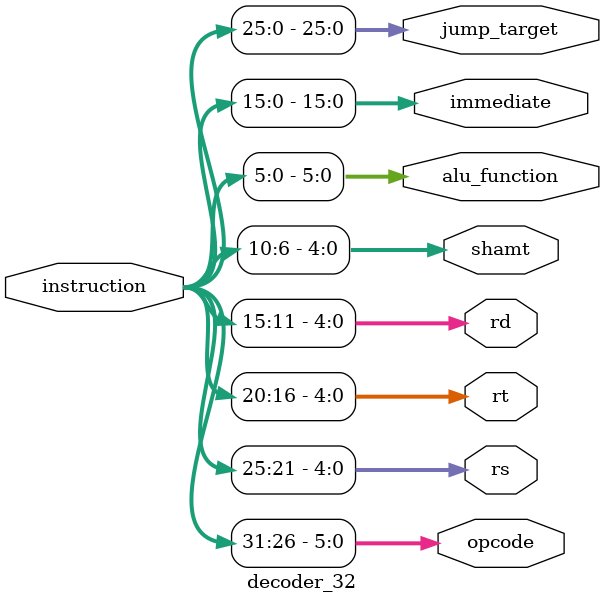
<source format=v>

module decoder_32(
  instruction,
  opcode,
  rs,
  rt,
  rd,
  shamt,
  alu_function,
  immediate,
  jump_target
);

input wire [31:0]  instruction;

output wire [5:0] opcode;
output wire [4:0] rs;
output wire [4:0] rt;
output wire [4:0] rd;
output wire [4:0] shamt;
output wire [5:0] alu_function;
output wire [15:0] immediate;
output wire [25:0] jump_target;

//    R-type
//  opcode   rs    rt     rd    shamt   alu_function
//  ______ ______ ______ ______ ______ ______
// |______|______|______|______|______|______|
//   6bit   5bit   5bit   5bit   5bit   6bit
//
//
//    I-type
//  opcode   rs     rt     immediate
//  ______ ______ ______ ____________________
// |______|______|______|____________________|
//   6bit   5bit   5bit       16bit
//
//    J-type
//  opcode           jump_target
//  ______ __________________________________
// |______|__________________________________|
//   6bit            26bit
//
assign opcode       = instruction[31:26];
assign rs           = instruction[25:21];
assign rt           = instruction[20:16];
assign rd           = instruction[15:11];
assign shamt        = instruction[10:06];
assign alu_function = instruction[05:00];
assign immediate    = instruction[15:00];
assign jump_target  = instruction[25:00];

endmodule

</source>
